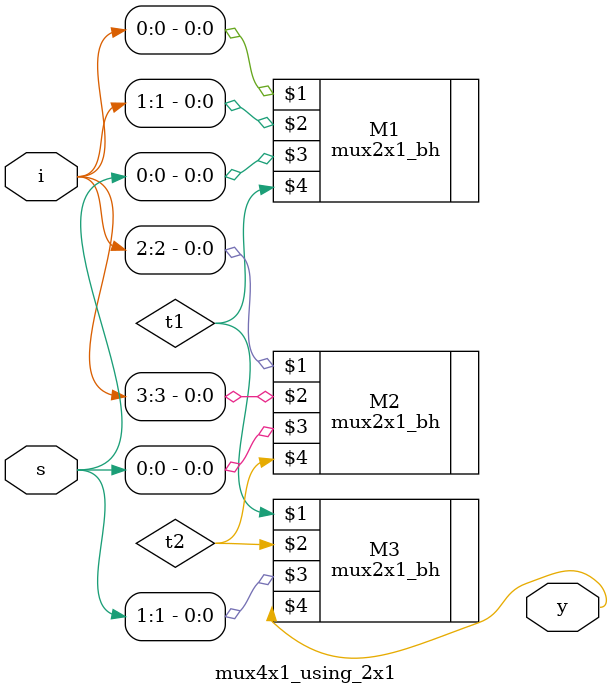
<source format=v>
`timescale 1ns / 1ps
module mux4x1_using_2x1(i,s,y);
input [3:0]i;
input [1:0]s;
output y;
wire t1,t2;
mux2x1_bh M1(i[0],i[1],s[0],t1);
mux2x1_bh M2(i[2],i[3],s[0],t2);
mux2x1_bh M3(t1,t2,s[1],y);




endmodule

</source>
